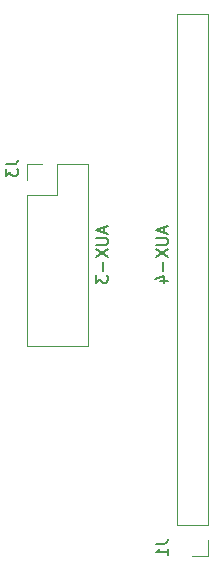
<source format=gbr>
G04 #@! TF.GenerationSoftware,KiCad,Pcbnew,(5.1.0-0)*
G04 #@! TF.CreationDate,2019-04-12T23:41:18+08:00*
G04 #@! TF.ProjectId,Ulticontroller_adapter,556c7469-636f-46e7-9472-6f6c6c65725f,rev?*
G04 #@! TF.SameCoordinates,Original*
G04 #@! TF.FileFunction,Legend,Bot*
G04 #@! TF.FilePolarity,Positive*
%FSLAX46Y46*%
G04 Gerber Fmt 4.6, Leading zero omitted, Abs format (unit mm)*
G04 Created by KiCad (PCBNEW (5.1.0-0)) date 2019-04-12 23:41:18*
%MOMM*%
%LPD*%
G04 APERTURE LIST*
%ADD10C,0.150000*%
%ADD11C,0.120000*%
G04 APERTURE END LIST*
D10*
X122086666Y-104346666D02*
X122086666Y-104822857D01*
X122372380Y-104251428D02*
X121372380Y-104584761D01*
X122372380Y-104918095D01*
X121372380Y-105251428D02*
X122181904Y-105251428D01*
X122277142Y-105299047D01*
X122324761Y-105346666D01*
X122372380Y-105441904D01*
X122372380Y-105632380D01*
X122324761Y-105727619D01*
X122277142Y-105775238D01*
X122181904Y-105822857D01*
X121372380Y-105822857D01*
X121372380Y-106203809D02*
X122372380Y-106870476D01*
X121372380Y-106870476D02*
X122372380Y-106203809D01*
X121991428Y-107251428D02*
X121991428Y-108013333D01*
X121705714Y-108918095D02*
X122372380Y-108918095D01*
X121324761Y-108680000D02*
X122039047Y-108441904D01*
X122039047Y-109060952D01*
X117006666Y-104346666D02*
X117006666Y-104822857D01*
X117292380Y-104251428D02*
X116292380Y-104584761D01*
X117292380Y-104918095D01*
X116292380Y-105251428D02*
X117101904Y-105251428D01*
X117197142Y-105299047D01*
X117244761Y-105346666D01*
X117292380Y-105441904D01*
X117292380Y-105632380D01*
X117244761Y-105727619D01*
X117197142Y-105775238D01*
X117101904Y-105822857D01*
X116292380Y-105822857D01*
X116292380Y-106203809D02*
X117292380Y-106870476D01*
X116292380Y-106870476D02*
X117292380Y-106203809D01*
X116911428Y-107251428D02*
X116911428Y-108013333D01*
X116292380Y-108394285D02*
X116292380Y-109013333D01*
X116673333Y-108680000D01*
X116673333Y-108822857D01*
X116720952Y-108918095D01*
X116768571Y-108965714D01*
X116863809Y-109013333D01*
X117101904Y-109013333D01*
X117197142Y-108965714D01*
X117244761Y-108918095D01*
X117292380Y-108822857D01*
X117292380Y-108537142D01*
X117244761Y-108441904D01*
X117197142Y-108394285D01*
D11*
X124460000Y-132140000D02*
X125790000Y-132140000D01*
X125790000Y-132140000D02*
X125790000Y-130810000D01*
X125790000Y-129540000D02*
X125790000Y-86300000D01*
X123130000Y-86300000D02*
X125790000Y-86300000D01*
X123130000Y-129540000D02*
X123130000Y-86300000D01*
X123130000Y-129540000D02*
X125790000Y-129540000D01*
X115630000Y-99000000D02*
X113030000Y-99000000D01*
X115630000Y-99000000D02*
X115630000Y-114360000D01*
X115630000Y-114360000D02*
X110430000Y-114360000D01*
X110430000Y-101600000D02*
X110430000Y-114360000D01*
X113030000Y-101600000D02*
X110430000Y-101600000D01*
X113030000Y-99000000D02*
X113030000Y-101600000D01*
X110430000Y-99000000D02*
X110430000Y-100330000D01*
X111760000Y-99000000D02*
X110430000Y-99000000D01*
D10*
X121372380Y-131111666D02*
X122086666Y-131111666D01*
X122229523Y-131064047D01*
X122324761Y-130968809D01*
X122372380Y-130825952D01*
X122372380Y-130730714D01*
X122372380Y-132111666D02*
X122372380Y-131540238D01*
X122372380Y-131825952D02*
X121372380Y-131825952D01*
X121515238Y-131730714D01*
X121610476Y-131635476D01*
X121658095Y-131540238D01*
X108672380Y-98980666D02*
X109386666Y-98980666D01*
X109529523Y-98933047D01*
X109624761Y-98837809D01*
X109672380Y-98694952D01*
X109672380Y-98599714D01*
X108672380Y-99361619D02*
X108672380Y-99980666D01*
X109053333Y-99647333D01*
X109053333Y-99790190D01*
X109100952Y-99885428D01*
X109148571Y-99933047D01*
X109243809Y-99980666D01*
X109481904Y-99980666D01*
X109577142Y-99933047D01*
X109624761Y-99885428D01*
X109672380Y-99790190D01*
X109672380Y-99504476D01*
X109624761Y-99409238D01*
X109577142Y-99361619D01*
M02*

</source>
